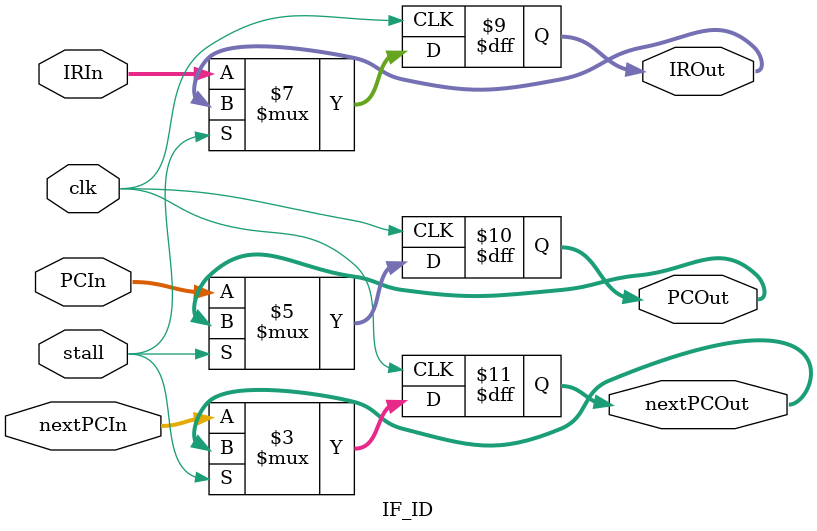
<source format=v>
module IF_ID(
	input wire clk, stall,
	input wire [15:0] PCIn, nextPCIn, IRIn, 
	output reg [15:0] IROut, PCOut, nextPCOut
) ;
	
	
	always @ (posedge clk) begin
		if (!stall)	begin
			IROut <= IRIn;
			PCOut <= PCIn;
			nextPCOut <= nextPCIn; 
		end			  
	end  
	
endmodule	
</source>
